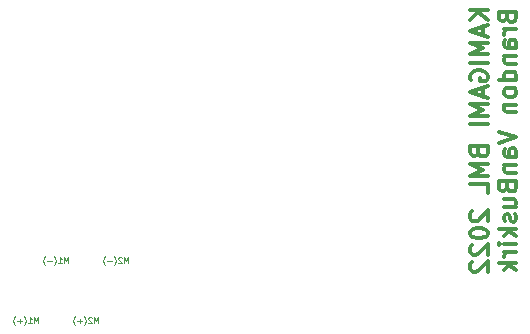
<source format=gbr>
%TF.GenerationSoftware,KiCad,Pcbnew,(6.0.7-1)-1*%
%TF.CreationDate,2022-09-05T19:59:37-07:00*%
%TF.ProjectId,KamiPCBv2,4b616d69-5043-4427-9632-2e6b69636164,rev?*%
%TF.SameCoordinates,Original*%
%TF.FileFunction,Legend,Bot*%
%TF.FilePolarity,Positive*%
%FSLAX46Y46*%
G04 Gerber Fmt 4.6, Leading zero omitted, Abs format (unit mm)*
G04 Created by KiCad (PCBNEW (6.0.7-1)-1) date 2022-09-05 19:59:37*
%MOMM*%
%LPD*%
G01*
G04 APERTURE LIST*
%ADD10C,0.300000*%
%ADD11C,0.125000*%
G04 APERTURE END LIST*
D10*
X171191071Y-98148571D02*
X169691071Y-98148571D01*
X171191071Y-99005714D02*
X170333928Y-98362857D01*
X169691071Y-99005714D02*
X170548214Y-98148571D01*
X170762500Y-99577142D02*
X170762500Y-100291428D01*
X171191071Y-99434285D02*
X169691071Y-99934285D01*
X171191071Y-100434285D01*
X171191071Y-100934285D02*
X169691071Y-100934285D01*
X170762500Y-101434285D01*
X169691071Y-101934285D01*
X171191071Y-101934285D01*
X171191071Y-102648571D02*
X169691071Y-102648571D01*
X169762500Y-104148571D02*
X169691071Y-104005714D01*
X169691071Y-103791428D01*
X169762500Y-103577142D01*
X169905357Y-103434285D01*
X170048214Y-103362857D01*
X170333928Y-103291428D01*
X170548214Y-103291428D01*
X170833928Y-103362857D01*
X170976785Y-103434285D01*
X171119642Y-103577142D01*
X171191071Y-103791428D01*
X171191071Y-103934285D01*
X171119642Y-104148571D01*
X171048214Y-104220000D01*
X170548214Y-104220000D01*
X170548214Y-103934285D01*
X170762500Y-104791428D02*
X170762500Y-105505714D01*
X171191071Y-104648571D02*
X169691071Y-105148571D01*
X171191071Y-105648571D01*
X171191071Y-106148571D02*
X169691071Y-106148571D01*
X170762500Y-106648571D01*
X169691071Y-107148571D01*
X171191071Y-107148571D01*
X171191071Y-107862857D02*
X169691071Y-107862857D01*
X170405357Y-110220000D02*
X170476785Y-110434285D01*
X170548214Y-110505714D01*
X170691071Y-110577142D01*
X170905357Y-110577142D01*
X171048214Y-110505714D01*
X171119642Y-110434285D01*
X171191071Y-110291428D01*
X171191071Y-109720000D01*
X169691071Y-109720000D01*
X169691071Y-110220000D01*
X169762500Y-110362857D01*
X169833928Y-110434285D01*
X169976785Y-110505714D01*
X170119642Y-110505714D01*
X170262500Y-110434285D01*
X170333928Y-110362857D01*
X170405357Y-110220000D01*
X170405357Y-109720000D01*
X171191071Y-111220000D02*
X169691071Y-111220000D01*
X170762500Y-111720000D01*
X169691071Y-112220000D01*
X171191071Y-112220000D01*
X171191071Y-113648571D02*
X171191071Y-112934285D01*
X169691071Y-112934285D01*
X169833928Y-115220000D02*
X169762500Y-115291428D01*
X169691071Y-115434285D01*
X169691071Y-115791428D01*
X169762500Y-115934285D01*
X169833928Y-116005714D01*
X169976785Y-116077142D01*
X170119642Y-116077142D01*
X170333928Y-116005714D01*
X171191071Y-115148571D01*
X171191071Y-116077142D01*
X169691071Y-117005714D02*
X169691071Y-117148571D01*
X169762500Y-117291428D01*
X169833928Y-117362857D01*
X169976785Y-117434285D01*
X170262500Y-117505714D01*
X170619642Y-117505714D01*
X170905357Y-117434285D01*
X171048214Y-117362857D01*
X171119642Y-117291428D01*
X171191071Y-117148571D01*
X171191071Y-117005714D01*
X171119642Y-116862857D01*
X171048214Y-116791428D01*
X170905357Y-116720000D01*
X170619642Y-116648571D01*
X170262500Y-116648571D01*
X169976785Y-116720000D01*
X169833928Y-116791428D01*
X169762500Y-116862857D01*
X169691071Y-117005714D01*
X169833928Y-118077142D02*
X169762500Y-118148571D01*
X169691071Y-118291428D01*
X169691071Y-118648571D01*
X169762500Y-118791428D01*
X169833928Y-118862857D01*
X169976785Y-118934285D01*
X170119642Y-118934285D01*
X170333928Y-118862857D01*
X171191071Y-118005714D01*
X171191071Y-118934285D01*
X169833928Y-119505714D02*
X169762500Y-119577142D01*
X169691071Y-119720000D01*
X169691071Y-120077142D01*
X169762500Y-120220000D01*
X169833928Y-120291428D01*
X169976785Y-120362857D01*
X170119642Y-120362857D01*
X170333928Y-120291428D01*
X171191071Y-119434285D01*
X171191071Y-120362857D01*
X172820357Y-98827142D02*
X172891785Y-99041428D01*
X172963214Y-99112857D01*
X173106071Y-99184285D01*
X173320357Y-99184285D01*
X173463214Y-99112857D01*
X173534642Y-99041428D01*
X173606071Y-98898571D01*
X173606071Y-98327142D01*
X172106071Y-98327142D01*
X172106071Y-98827142D01*
X172177500Y-98970000D01*
X172248928Y-99041428D01*
X172391785Y-99112857D01*
X172534642Y-99112857D01*
X172677500Y-99041428D01*
X172748928Y-98970000D01*
X172820357Y-98827142D01*
X172820357Y-98327142D01*
X173606071Y-99827142D02*
X172606071Y-99827142D01*
X172891785Y-99827142D02*
X172748928Y-99898571D01*
X172677500Y-99970000D01*
X172606071Y-100112857D01*
X172606071Y-100255714D01*
X173606071Y-101398571D02*
X172820357Y-101398571D01*
X172677500Y-101327142D01*
X172606071Y-101184285D01*
X172606071Y-100898571D01*
X172677500Y-100755714D01*
X173534642Y-101398571D02*
X173606071Y-101255714D01*
X173606071Y-100898571D01*
X173534642Y-100755714D01*
X173391785Y-100684285D01*
X173248928Y-100684285D01*
X173106071Y-100755714D01*
X173034642Y-100898571D01*
X173034642Y-101255714D01*
X172963214Y-101398571D01*
X172606071Y-102112857D02*
X173606071Y-102112857D01*
X172748928Y-102112857D02*
X172677500Y-102184285D01*
X172606071Y-102327142D01*
X172606071Y-102541428D01*
X172677500Y-102684285D01*
X172820357Y-102755714D01*
X173606071Y-102755714D01*
X173606071Y-104112857D02*
X172106071Y-104112857D01*
X173534642Y-104112857D02*
X173606071Y-103970000D01*
X173606071Y-103684285D01*
X173534642Y-103541428D01*
X173463214Y-103470000D01*
X173320357Y-103398571D01*
X172891785Y-103398571D01*
X172748928Y-103470000D01*
X172677500Y-103541428D01*
X172606071Y-103684285D01*
X172606071Y-103970000D01*
X172677500Y-104112857D01*
X173606071Y-105041428D02*
X173534642Y-104898571D01*
X173463214Y-104827142D01*
X173320357Y-104755714D01*
X172891785Y-104755714D01*
X172748928Y-104827142D01*
X172677500Y-104898571D01*
X172606071Y-105041428D01*
X172606071Y-105255714D01*
X172677500Y-105398571D01*
X172748928Y-105470000D01*
X172891785Y-105541428D01*
X173320357Y-105541428D01*
X173463214Y-105470000D01*
X173534642Y-105398571D01*
X173606071Y-105255714D01*
X173606071Y-105041428D01*
X172606071Y-106184285D02*
X173606071Y-106184285D01*
X172748928Y-106184285D02*
X172677500Y-106255714D01*
X172606071Y-106398571D01*
X172606071Y-106612857D01*
X172677500Y-106755714D01*
X172820357Y-106827142D01*
X173606071Y-106827142D01*
X172106071Y-108470000D02*
X173606071Y-108970000D01*
X172106071Y-109470000D01*
X173606071Y-110612857D02*
X172820357Y-110612857D01*
X172677500Y-110541428D01*
X172606071Y-110398571D01*
X172606071Y-110112857D01*
X172677500Y-109970000D01*
X173534642Y-110612857D02*
X173606071Y-110470000D01*
X173606071Y-110112857D01*
X173534642Y-109970000D01*
X173391785Y-109898571D01*
X173248928Y-109898571D01*
X173106071Y-109970000D01*
X173034642Y-110112857D01*
X173034642Y-110470000D01*
X172963214Y-110612857D01*
X172606071Y-111327142D02*
X173606071Y-111327142D01*
X172748928Y-111327142D02*
X172677500Y-111398571D01*
X172606071Y-111541428D01*
X172606071Y-111755714D01*
X172677500Y-111898571D01*
X172820357Y-111970000D01*
X173606071Y-111970000D01*
X172820357Y-113184285D02*
X172891785Y-113398571D01*
X172963214Y-113470000D01*
X173106071Y-113541428D01*
X173320357Y-113541428D01*
X173463214Y-113470000D01*
X173534642Y-113398571D01*
X173606071Y-113255714D01*
X173606071Y-112684285D01*
X172106071Y-112684285D01*
X172106071Y-113184285D01*
X172177500Y-113327142D01*
X172248928Y-113398571D01*
X172391785Y-113470000D01*
X172534642Y-113470000D01*
X172677500Y-113398571D01*
X172748928Y-113327142D01*
X172820357Y-113184285D01*
X172820357Y-112684285D01*
X172606071Y-114827142D02*
X173606071Y-114827142D01*
X172606071Y-114184285D02*
X173391785Y-114184285D01*
X173534642Y-114255714D01*
X173606071Y-114398571D01*
X173606071Y-114612857D01*
X173534642Y-114755714D01*
X173463214Y-114827142D01*
X173534642Y-115470000D02*
X173606071Y-115612857D01*
X173606071Y-115898571D01*
X173534642Y-116041428D01*
X173391785Y-116112857D01*
X173320357Y-116112857D01*
X173177500Y-116041428D01*
X173106071Y-115898571D01*
X173106071Y-115684285D01*
X173034642Y-115541428D01*
X172891785Y-115470000D01*
X172820357Y-115470000D01*
X172677500Y-115541428D01*
X172606071Y-115684285D01*
X172606071Y-115898571D01*
X172677500Y-116041428D01*
X173606071Y-116755714D02*
X172106071Y-116755714D01*
X173034642Y-116898571D02*
X173606071Y-117327142D01*
X172606071Y-117327142D02*
X173177500Y-116755714D01*
X173606071Y-117970000D02*
X172606071Y-117970000D01*
X172106071Y-117970000D02*
X172177500Y-117898571D01*
X172248928Y-117970000D01*
X172177500Y-118041428D01*
X172106071Y-117970000D01*
X172248928Y-117970000D01*
X173606071Y-118684285D02*
X172606071Y-118684285D01*
X172891785Y-118684285D02*
X172748928Y-118755714D01*
X172677500Y-118827142D01*
X172606071Y-118970000D01*
X172606071Y-119112857D01*
X173606071Y-119612857D02*
X172106071Y-119612857D01*
X173034642Y-119755714D02*
X173606071Y-120184285D01*
X172606071Y-120184285D02*
X173177500Y-119612857D01*
D11*
X133127619Y-124686190D02*
X133127619Y-124186190D01*
X132960952Y-124543333D01*
X132794285Y-124186190D01*
X132794285Y-124686190D01*
X132294285Y-124686190D02*
X132580000Y-124686190D01*
X132437142Y-124686190D02*
X132437142Y-124186190D01*
X132484761Y-124257619D01*
X132532380Y-124305238D01*
X132580000Y-124329047D01*
X131937142Y-124876666D02*
X131960952Y-124852857D01*
X132008571Y-124781428D01*
X132032380Y-124733809D01*
X132056190Y-124662380D01*
X132080000Y-124543333D01*
X132080000Y-124448095D01*
X132056190Y-124329047D01*
X132032380Y-124257619D01*
X132008571Y-124210000D01*
X131960952Y-124138571D01*
X131937142Y-124114761D01*
X131746666Y-124495714D02*
X131365714Y-124495714D01*
X131556190Y-124686190D02*
X131556190Y-124305238D01*
X131175238Y-124876666D02*
X131151428Y-124852857D01*
X131103809Y-124781428D01*
X131080000Y-124733809D01*
X131056190Y-124662380D01*
X131032380Y-124543333D01*
X131032380Y-124448095D01*
X131056190Y-124329047D01*
X131080000Y-124257619D01*
X131103809Y-124210000D01*
X131151428Y-124138571D01*
X131175238Y-124114761D01*
X135667619Y-119606190D02*
X135667619Y-119106190D01*
X135500952Y-119463333D01*
X135334285Y-119106190D01*
X135334285Y-119606190D01*
X134834285Y-119606190D02*
X135120000Y-119606190D01*
X134977142Y-119606190D02*
X134977142Y-119106190D01*
X135024761Y-119177619D01*
X135072380Y-119225238D01*
X135120000Y-119249047D01*
X134477142Y-119796666D02*
X134500952Y-119772857D01*
X134548571Y-119701428D01*
X134572380Y-119653809D01*
X134596190Y-119582380D01*
X134620000Y-119463333D01*
X134620000Y-119368095D01*
X134596190Y-119249047D01*
X134572380Y-119177619D01*
X134548571Y-119130000D01*
X134500952Y-119058571D01*
X134477142Y-119034761D01*
X134286666Y-119415714D02*
X133905714Y-119415714D01*
X133715238Y-119796666D02*
X133691428Y-119772857D01*
X133643809Y-119701428D01*
X133620000Y-119653809D01*
X133596190Y-119582380D01*
X133572380Y-119463333D01*
X133572380Y-119368095D01*
X133596190Y-119249047D01*
X133620000Y-119177619D01*
X133643809Y-119130000D01*
X133691428Y-119058571D01*
X133715238Y-119034761D01*
X140747619Y-119606190D02*
X140747619Y-119106190D01*
X140580952Y-119463333D01*
X140414285Y-119106190D01*
X140414285Y-119606190D01*
X140200000Y-119153809D02*
X140176190Y-119130000D01*
X140128571Y-119106190D01*
X140009523Y-119106190D01*
X139961904Y-119130000D01*
X139938095Y-119153809D01*
X139914285Y-119201428D01*
X139914285Y-119249047D01*
X139938095Y-119320476D01*
X140223809Y-119606190D01*
X139914285Y-119606190D01*
X139557142Y-119796666D02*
X139580952Y-119772857D01*
X139628571Y-119701428D01*
X139652380Y-119653809D01*
X139676190Y-119582380D01*
X139700000Y-119463333D01*
X139700000Y-119368095D01*
X139676190Y-119249047D01*
X139652380Y-119177619D01*
X139628571Y-119130000D01*
X139580952Y-119058571D01*
X139557142Y-119034761D01*
X139366666Y-119415714D02*
X138985714Y-119415714D01*
X138795238Y-119796666D02*
X138771428Y-119772857D01*
X138723809Y-119701428D01*
X138700000Y-119653809D01*
X138676190Y-119582380D01*
X138652380Y-119463333D01*
X138652380Y-119368095D01*
X138676190Y-119249047D01*
X138700000Y-119177619D01*
X138723809Y-119130000D01*
X138771428Y-119058571D01*
X138795238Y-119034761D01*
X138207619Y-124686190D02*
X138207619Y-124186190D01*
X138040952Y-124543333D01*
X137874285Y-124186190D01*
X137874285Y-124686190D01*
X137660000Y-124233809D02*
X137636190Y-124210000D01*
X137588571Y-124186190D01*
X137469523Y-124186190D01*
X137421904Y-124210000D01*
X137398095Y-124233809D01*
X137374285Y-124281428D01*
X137374285Y-124329047D01*
X137398095Y-124400476D01*
X137683809Y-124686190D01*
X137374285Y-124686190D01*
X137017142Y-124876666D02*
X137040952Y-124852857D01*
X137088571Y-124781428D01*
X137112380Y-124733809D01*
X137136190Y-124662380D01*
X137160000Y-124543333D01*
X137160000Y-124448095D01*
X137136190Y-124329047D01*
X137112380Y-124257619D01*
X137088571Y-124210000D01*
X137040952Y-124138571D01*
X137017142Y-124114761D01*
X136826666Y-124495714D02*
X136445714Y-124495714D01*
X136636190Y-124686190D02*
X136636190Y-124305238D01*
X136255238Y-124876666D02*
X136231428Y-124852857D01*
X136183809Y-124781428D01*
X136160000Y-124733809D01*
X136136190Y-124662380D01*
X136112380Y-124543333D01*
X136112380Y-124448095D01*
X136136190Y-124329047D01*
X136160000Y-124257619D01*
X136183809Y-124210000D01*
X136231428Y-124138571D01*
X136255238Y-124114761D01*
M02*

</source>
